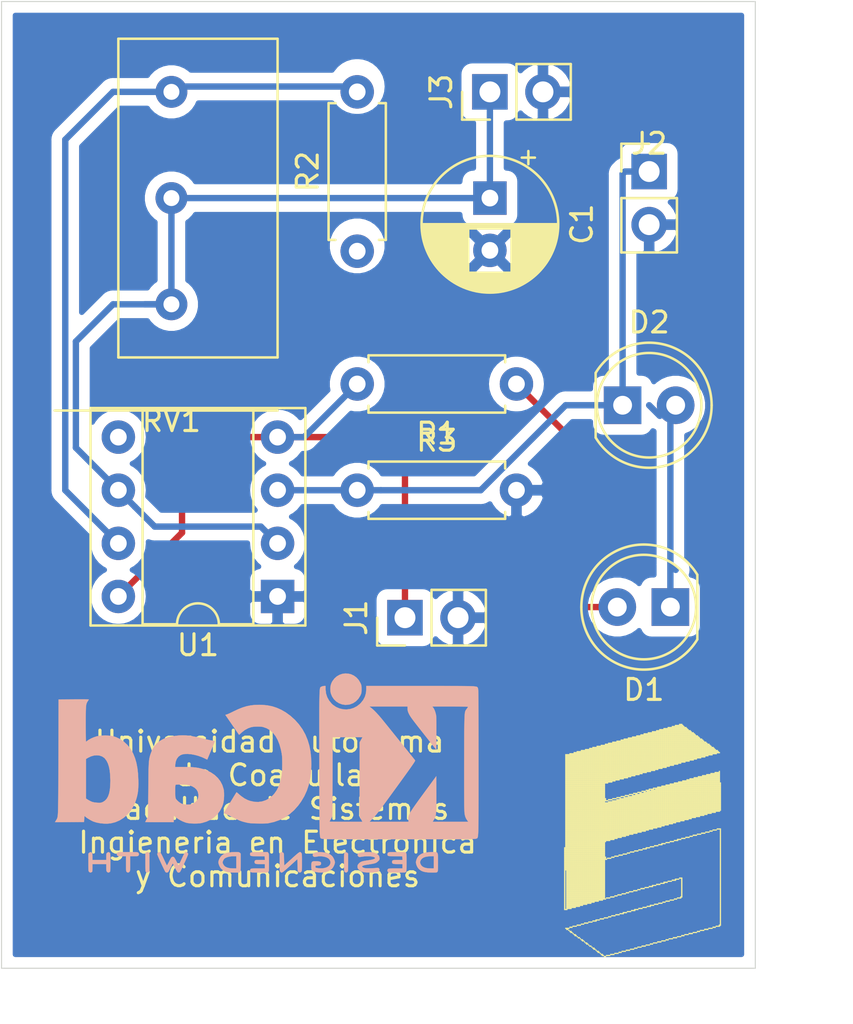
<source format=kicad_pcb>
(kicad_pcb (version 20171130) (host pcbnew "(5.1.4)-1")
  (layers (0 F.Cu signal) (31 B.Cu signal) (34 B.Paste user) (35 F.Paste user) (36 B.SilkS user) (37 F.SilkS user) (38 B.Mask user) (39 F.Mask user) (44 Edge.Cuts user))
  (net 0 "")
  (net 1 GND)
  (net 2 Carga)
  (net 3 "Net-(D1-Pad2)")
  (net 4 "Net-(D1-Pad1)")
  (net 5 Salida)
  (net 6 +5V)
  (net 7 "Net-(R1-Pad2)")
  (net 8 "Net-(R1-Pad1)")
  (net 9 "Net-(U1-Pad5)")
  (module Symbol:KiCad-Logo2_8mm_SilkScreen (layer B.Cu) (at 154.432 116.84 180)
    (fp_text reference REF** hide)
    (fp_text value KiCad-Logo2_8mm_SilkScreen hide)
  )
  (module Logos:LOGO (layer F.Cu) (at 168.656 115.316)
    (fp_text reference LOGO hide)
    (fp_text value "" (at 0 0) (layer F.SilkS) (effects (font (size 1.27 1.27))))
  )
  (module Package_DIP:DIP-8_W7.62mm_Socket (layer F.Cu) (at 154.94 109.22 180)
    (fp_text reference U1 (at 3.81 -2.33) (layer F.SilkS))
    (fp_text value NE555)
    (pad 8 thru_hole oval (at 7.62 0 180) (size 1.6 1.6) (drill 0.8) (layers *.Cu *.Mask) (net 6 +5V))
    (pad 4 thru_hole oval (at 0 7.62 180) (size 1.6 1.6) (drill 0.8) (layers *.Cu *.Mask) (net 6 +5V))
    (pad 7 thru_hole oval (at 7.62 2.54 180) (size 1.6 1.6) (drill 0.8) (layers *.Cu *.Mask) (net 7 "Net-(R1-Pad2)"))
    (pad 3 thru_hole oval (at 0 5.08 180) (size 1.6 1.6) (drill 0.8) (layers *.Cu *.Mask) (net 5 Salida))
    (pad 6 thru_hole oval (at 7.62 5.08 180) (size 1.6 1.6) (drill 0.8) (layers *.Cu *.Mask) (net 2 Carga))
    (pad 2 thru_hole oval (at 0 2.54 180) (size 1.6 1.6) (drill 0.8) (layers *.Cu *.Mask) (net 2 Carga))
    (pad 5 thru_hole oval (at 7.62 7.62 180) (size 1.6 1.6) (drill 0.8) (layers *.Cu *.Mask) (net 9 "Net-(U1-Pad5)"))
    (pad 1 thru_hole rect (at 0 0 180) (size 1.6 1.6) (drill 0.8) (layers *.Cu *.Mask) (net 1 GND))
  )
  (module Connector_PinHeader_2.54mm:PinHeader_1x02_P2.54mm_Vertical (layer F.Cu) (at 165.1 85.09 90)
    (fp_text reference J3 (at 0 -2.33 90) (layer F.SilkS))
    (fp_text value Carga)
    (pad 2 thru_hole oval (at 0 2.54 90) (size 1.7 1.7) (drill 1) (layers *.Cu *.Mask) (net 1 GND))
    (pad 1 thru_hole rect (at 0 0 90) (size 1.7 1.7) (drill 1) (layers *.Cu *.Mask) (net 2 Carga))
  )
  (module Connector_PinHeader_2.54mm:PinHeader_1x02_P2.54mm_Vertical (layer F.Cu) (at 172.72 88.9)
    (fp_text reference J2 (at 0 -1.33) (layer F.SilkS))
    (fp_text value Salida)
    (pad 2 thru_hole oval (at 0 2.54) (size 1.7 1.7) (drill 1) (layers *.Cu *.Mask) (net 1 GND))
    (pad 1 thru_hole rect (at 0 0) (size 1.7 1.7) (drill 1) (layers *.Cu *.Mask) (net 5 Salida))
  )
  (module Connector_PinHeader_2.54mm:PinHeader_1x02_P2.54mm_Vertical (layer F.Cu) (at 161.036 110.236 90)
    (fp_text reference J1 (at 0 -2.33 90) (layer F.SilkS))
    (fp_text value Alimentaciòn)
    (pad 2 thru_hole oval (at 0 2.54 90) (size 1.7 1.7) (drill 1) (layers *.Cu *.Mask) (net 1 GND))
    (pad 1 thru_hole rect (at 0 0 90) (size 1.7 1.7) (drill 1) (layers *.Cu *.Mask) (net 6 +5V))
  )
  (module potenciometro:Potenciometro (layer F.Cu) (at 149.86 100.33)
    (fp_text reference RV1 (at 0 0.5) (layer F.SilkS))
    (fp_text value 100K)
    (pad 3 thru_hole circle (at 0 -5.08) (size 1.524 1.524) (drill 0.762) (layers *.Cu *.Mask) (net 2 Carga))
    (pad 2 thru_hole circle (at 0 -10.16) (size 1.524 1.524) (drill 0.762) (layers *.Cu *.Mask) (net 2 Carga))
    (pad 1 thru_hole circle (at 0 -15.24) (size 1.524 1.524) (drill 0.762) (layers *.Cu *.Mask) (net 7 "Net-(R1-Pad2)"))
  )
  (module Resistor_THT:R_Axial_DIN0207_L6.3mm_D2.5mm_P7.62mm_Horizontal (layer F.Cu) (at 158.75 104.14)
    (fp_text reference R3 (at 3.81 -2.37) (layer F.SilkS))
    (fp_text value 680)
    (pad 2 thru_hole oval (at 7.62 0) (size 1.6 1.6) (drill 0.8) (layers *.Cu *.Mask) (net 1 GND))
    (pad 1 thru_hole circle (at 0 0) (size 1.6 1.6) (drill 0.8) (layers *.Cu *.Mask) (net 5 Salida))
  )
  (module Resistor_THT:R_Axial_DIN0207_L6.3mm_D2.5mm_P7.62mm_Horizontal (layer F.Cu) (at 158.75 92.71 90)
    (fp_text reference R2 (at 3.81 -2.37 90) (layer F.SilkS))
    (fp_text value 680)
    (pad 2 thru_hole oval (at 7.62 0 90) (size 1.6 1.6) (drill 0.8) (layers *.Cu *.Mask) (net 3 "Net-(D1-Pad2)"))
    (pad 1 thru_hole circle (at 0 0 90) (size 1.6 1.6) (drill 0.8) (layers *.Cu *.Mask) (net 6 +5V))
  )
  (module Resistor_THT:R_Axial_DIN0207_L6.3mm_D2.5mm_P7.62mm_Horizontal (layer F.Cu) (at 166.37 99.06 180)
    (fp_text reference R1 (at 3.81 -2.37) (layer F.SilkS))
    (fp_text value 1k)
    (pad 2 thru_hole oval (at 7.62 0 180) (size 1.6 1.6) (drill 0.8) (layers *.Cu *.Mask) (net 7 "Net-(R1-Pad2)"))
    (pad 1 thru_hole circle (at 0 0 180) (size 1.6 1.6) (drill 0.8) (layers *.Cu *.Mask) (net 8 "Net-(R1-Pad1)"))
  )
  (module LED_THT:LED_D5.0mm (layer F.Cu) (at 171.45 100.076)
    (fp_text reference D2 (at 1.27 -3.96) (layer F.SilkS))
    (fp_text value LED_VERDE)
    (pad 2 thru_hole circle (at 2.54 0) (size 1.8 1.8) (drill 0.9) (layers *.Cu *.Mask) (net 4 "Net-(D1-Pad1)"))
    (pad 1 thru_hole rect (at 0 0) (size 1.8 1.8) (drill 0.9) (layers *.Cu *.Mask) (net 5 Salida))
  )
  (module LED_THT:LED_D5.0mm (layer F.Cu) (at 173.736 109.728 180)
    (fp_text reference D1 (at 1.27 -3.96) (layer F.SilkS))
    (fp_text value LED_ROJO)
    (pad 2 thru_hole circle (at 2.54 0 180) (size 1.8 1.8) (drill 0.9) (layers *.Cu *.Mask) (net 3 "Net-(D1-Pad2)"))
    (pad 1 thru_hole rect (at 0 0 180) (size 1.8 1.8) (drill 0.9) (layers *.Cu *.Mask) (net 4 "Net-(D1-Pad1)"))
  )
  (module Capacitor_THT:CP_Radial_D6.3mm_P2.50mm (layer F.Cu) (at 165.1 90.17 270)
    (fp_text reference C1 (at 1.25 -4.4 90) (layer F.SilkS))
    (fp_text value 100uF)
    (pad 2 thru_hole circle (at 2.5 0 270) (size 1.6 1.6) (drill 0.8) (layers *.Cu *.Mask) (net 1 GND))
    (pad 1 thru_hole rect (at 0 0 270) (size 1.6 1.6) (drill 0.8) (layers *.Cu *.Mask) (net 2 Carga))
  )
  (gr_text "Universidad Autonoma \nde Coahuila \nFacultad de Sistemas\nIngieneria en Electronica\ny Comunicaciones" (at 154.94 119.38) (layer F.SilkS) (effects (font (size 1 1))))
  (gr_line (start 141.732 80.772) (end 141.732 127) (layer Edge.Cuts) (width 0.05))
  (gr_line (start 177.8 80.772) (end 141.732 80.772) (layer Edge.Cuts) (width 0.05))
  (gr_line (start 177.8 127) (end 141.732 127) (layer Edge.Cuts) (width 0.05))
  (gr_line (start 177.8 80.772) (end 177.8 127) (layer Edge.Cuts) (width 0.05))
  (segment (start 165.1 85.09) (end 165.1 90.17) (width 0.3048) (layer B.Cu) (net 2))
  (segment (start 149.86 90.17) (end 165.1 90.17) (width 0.3048) (layer B.Cu) (net 2))
  (segment (start 148.119999 104.939999) (end 147.32 104.14) (width 0.3048) (layer B.Cu) (net 2))
  (segment (start 149.060001 105.880001) (end 148.119999 104.939999) (width 0.3048) (layer B.Cu) (net 2))
  (segment (start 154.140001 105.880001) (end 149.060001 105.880001) (width 0.3048) (layer B.Cu) (net 2))
  (segment (start 154.94 106.68) (end 154.140001 105.880001) (width 0.3048) (layer B.Cu) (net 2))
  (segment (start 149.86 90.17) (end 149.86 95.25) (width 0.3048) (layer B.Cu) (net 2))
  (segment (start 149.86 95.25) (end 148.59 95.25) (width 0.3048) (layer B.Cu) (net 2))
  (segment (start 149.86 95.25) (end 147.066 95.25) (width 0.3048) (layer B.Cu) (net 2))
  (segment (start 147.066 95.25) (end 145.288 97.028) (width 0.3048) (layer B.Cu) (net 2))
  (segment (start 145.288 102.108) (end 147.32 104.14) (width 0.3048) (layer B.Cu) (net 2))
  (segment (start 145.288 97.028) (end 145.288 102.108) (width 0.3048) (layer B.Cu) (net 2))
  (segment (start 172.72 100.076) (end 173.228 100.584) (width 0.3048) (layer B.Cu) (net 3))
  (segment (start 171.196 109.728) (end 169.164 109.728) (width 0.3048) (layer F.Cu) (net 3))
  (segment (start 169.164 109.728) (end 168.656 109.22) (width 0.3048) (layer F.Cu) (net 3))
  (segment (start 168.656 101.346) (end 166.37 99.06) (width 0.3048) (layer F.Cu) (net 3))
  (segment (start 168.656 109.22) (end 168.656 101.346) (width 0.3048) (layer F.Cu) (net 3))
  (segment (start 173.736 107.696) (end 173.99 107.95) (width 0.3048) (layer B.Cu) (net 4))
  (segment (start 173.736 100.33) (end 173.99 100.076) (width 0.3048) (layer B.Cu) (net 4))
  (segment (start 173.736 109.728) (end 173.736 100.33) (width 0.3048) (layer B.Cu) (net 4))
  (segment (start 154.94 104.14) (end 158.75 104.14) (width 0.3048) (layer B.Cu) (net 5))
  (segment (start 171.5652 88.9) (end 172.72 88.9) (width 0.3048) (layer B.Cu) (net 5))
  (segment (start 171.45 89.0152) (end 171.5652 88.9) (width 0.3048) (layer B.Cu) (net 5))
  (segment (start 171.45 100.076) (end 171.45 89.0152) (width 0.3048) (layer B.Cu) (net 5))
  (segment (start 159.88137 104.14) (end 158.75 104.14) (width 0.3048) (layer B.Cu) (net 5))
  (segment (start 164.65971 104.14) (end 159.88137 104.14) (width 0.3048) (layer B.Cu) (net 5))
  (segment (start 168.72371 100.076) (end 164.65971 104.14) (width 0.3048) (layer B.Cu) (net 5))
  (segment (start 171.45 100.076) (end 168.72371 100.076) (width 0.3048) (layer B.Cu) (net 5))
  (segment (start 152.4 101.6) (end 154.94 101.6) (width 0.3048) (layer F.Cu) (net 6))
  (segment (start 150.368 103.632) (end 152.4 101.6) (width 0.3048) (layer F.Cu) (net 6))
  (segment (start 147.32 109.22) (end 150.368 106.172) (width 0.3048) (layer F.Cu) (net 6))
  (segment (start 150.368 106.172) (end 150.368 103.632) (width 0.3048) (layer F.Cu) (net 6))
  (segment (start 156.21 101.6) (end 154.94 101.6) (width 0.3048) (layer B.Cu) (net 6))
  (segment (start 158.75 99.06) (end 156.21 101.6) (width 0.3048) (layer B.Cu) (net 6))
  (segment (start 154.94 101.6) (end 160.02 101.6) (width 0.3048) (layer F.Cu) (net 6))
  (segment (start 161.036 102.616) (end 161.036 110.236) (width 0.3048) (layer F.Cu) (net 6))
  (segment (start 160.02 101.6) (end 161.036 102.616) (width 0.3048) (layer F.Cu) (net 6))
  (segment (start 150.114 84.836) (end 149.86 85.09) (width 0.3048) (layer B.Cu) (net 7))
  (segment (start 158.75 84.836) (end 150.114 84.836) (width 0.3048) (layer B.Cu) (net 7))
  (segment (start 144.78 104.14) (end 147.32 106.68) (width 0.3048) (layer B.Cu) (net 7))
  (segment (start 144.78 87.376) (end 144.78 104.14) (width 0.3048) (layer B.Cu) (net 7))
  (segment (start 149.86 85.09) (end 147.066 85.09) (width 0.3048) (layer B.Cu) (net 7))
  (segment (start 147.066 85.09) (end 144.78 87.376) (width 0.3048) (layer B.Cu) (net 7))
  (zone (net 1) (net_name GND) (layer B.Cu) (connect_pads (clearance 0.508)) (min_thickness 0.254) (fill yes (arc_segments 32) (thermal_gap 0.508) (thermal_bridge_width 0.508))
    (polygon (pts (xy 141.732 80.772) (xy 177.8 80.772) (xy 177.8 127) (xy 141.732 127)))
  )
)
</source>
